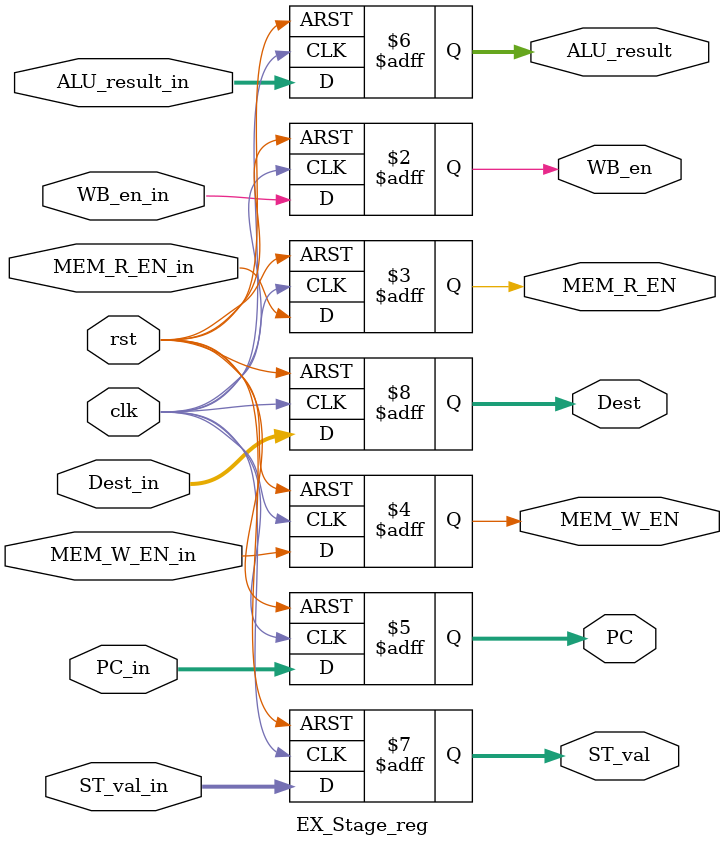
<source format=v>
module EX_Stage_reg
  (
    input clk,
    input rst,
    input WB_en_in,
    input MEM_R_EN_in,
    input MEM_W_EN_in,

    input [31:0] PC_in,
    input [31:0] ALU_result_in,
    input [31:0] ST_val_in,
    input [4:0] Dest_in,

    output reg WB_en,
    output reg MEM_R_EN,
    output reg  MEM_W_EN,
    output reg [31:0] PC,
    output reg [31:0] ALU_result,
    output reg [31:0] ST_val,
    output reg [4:0] Dest
  );

  always @(posedge clk, posedge rst)
    begin
      if(rst)
        begin
        WB_en <= 1'b0;
        MEM_R_EN <= 1'b0;
        MEM_W_EN <= 1'b0;
        PC <= 32'b0;
        ALU_result <= 32'b0;
        ST_val <= 1'b0;
        Dest <= 5'b0;
      end
      else
        begin

          WB_en <= WB_en_in;
          MEM_R_EN <= MEM_R_EN_in;
          MEM_W_EN <= MEM_W_EN_in;
          PC <= PC_in;
          ALU_result <= ALU_result_in;
          ST_val <= ST_val_in;
          Dest <= Dest_in;

        end
    end

endmodule

</source>
